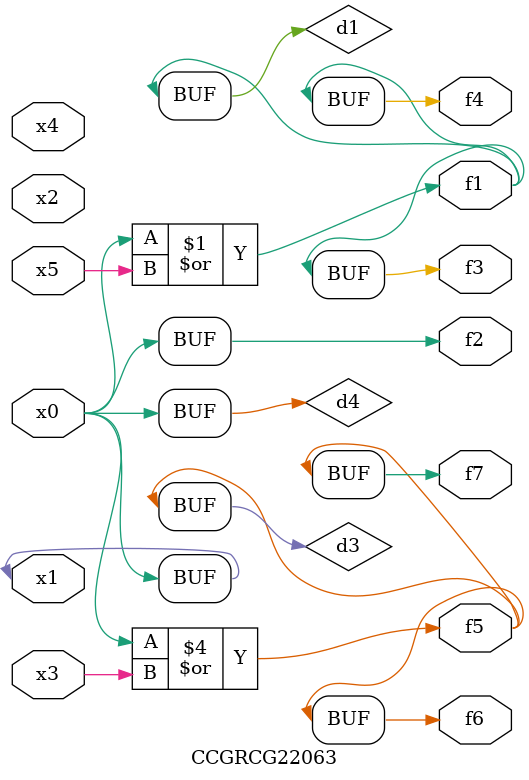
<source format=v>
module CCGRCG22063(
	input x0, x1, x2, x3, x4, x5,
	output f1, f2, f3, f4, f5, f6, f7
);

	wire d1, d2, d3, d4;

	or (d1, x0, x5);
	xnor (d2, x1, x4);
	or (d3, x0, x3);
	buf (d4, x0, x1);
	assign f1 = d1;
	assign f2 = d4;
	assign f3 = d1;
	assign f4 = d1;
	assign f5 = d3;
	assign f6 = d3;
	assign f7 = d3;
endmodule

</source>
